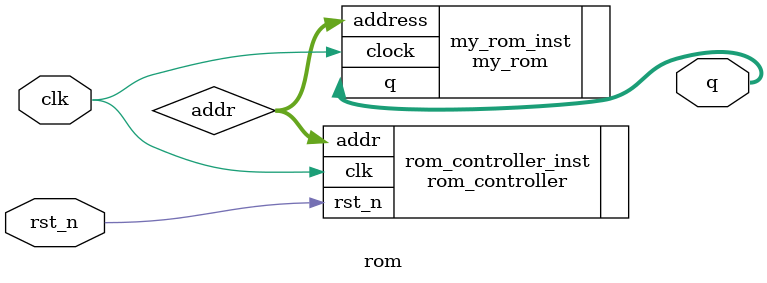
<source format=v>
module rom (clk, rst_n, q);

	input clk, rst_n;
	
	output [7:0] q;
	
	wire [7:0] addr;

	rom_controller rom_controller_inst(
			.clk(clk), 
			.rst_n(rst_n), 
			.addr(addr)
		);
	
	my_rom	my_rom_inst (
			.address ( addr ),
			.clock ( clk ),
			.q ( q )
		);

endmodule

</source>
